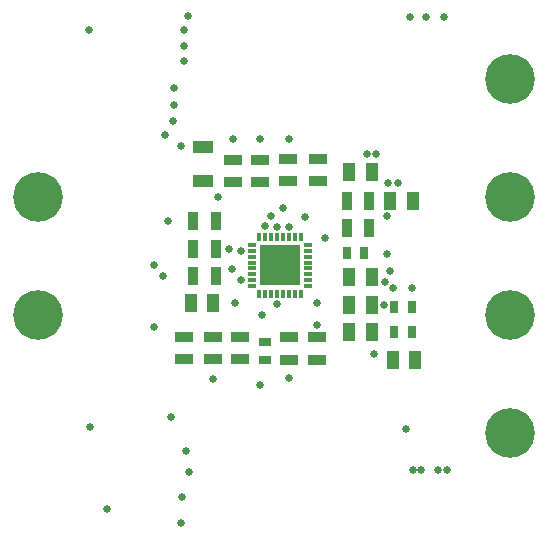
<source format=gbs>
G04 Layer_Color=16711935*
%FSLAX44Y44*%
%MOMM*%
G71*
G01*
G75*
%ADD45C,4.2032*%
%ADD46C,0.6532*%
%ADD47R,1.1032X1.5032*%
%ADD48R,1.8032X1.1032*%
%ADD49R,0.8032X1.1032*%
%ADD50R,0.9032X1.5032*%
%ADD51R,1.5032X0.9032*%
%ADD52R,1.1032X0.8032*%
%ADD53R,3.4016X3.4016*%
%ADD54R,0.7016X0.3316*%
%ADD55R,0.3316X0.7016*%
D45*
X450000Y100000D02*
D03*
Y200000D02*
D03*
Y300000D02*
D03*
Y400000D02*
D03*
X50000Y300000D02*
D03*
Y200000D02*
D03*
D46*
X175000Y85250D02*
D03*
X348500Y237000D02*
D03*
X343500Y228250D02*
D03*
X346250Y312000D02*
D03*
X354500D02*
D03*
X336500Y336000D02*
D03*
X328250D02*
D03*
X262250Y349250D02*
D03*
X172000Y45750D02*
D03*
X171500Y23750D02*
D03*
X334750Y167250D02*
D03*
X389000Y68750D02*
D03*
X374500D02*
D03*
X367250Y68500D02*
D03*
X396250Y69000D02*
D03*
X378750Y452500D02*
D03*
X394000Y452750D02*
D03*
X365000Y452250D02*
D03*
X165250Y392250D02*
D03*
X164750Y364750D02*
D03*
X173750Y441500D02*
D03*
X174000Y428250D02*
D03*
X148250Y242750D02*
D03*
X156000Y233500D02*
D03*
X148250Y189750D02*
D03*
X245750Y233000D02*
D03*
X255000Y242000D02*
D03*
X264000Y233250D02*
D03*
X264250Y251250D02*
D03*
X257500Y291000D02*
D03*
X252500Y274500D02*
D03*
X237750Y140500D02*
D03*
X245250Y251750D02*
D03*
X165500Y377750D02*
D03*
X160250Y279250D02*
D03*
X361750Y103250D02*
D03*
X157500Y352250D02*
D03*
X345750Y251750D02*
D03*
X252500Y209750D02*
D03*
X239750Y200500D02*
D03*
X215000Y349000D02*
D03*
X237997Y349002D02*
D03*
X350998Y223002D02*
D03*
X366997D02*
D03*
X198002Y145997D02*
D03*
X170998Y342998D02*
D03*
X263002Y146997D02*
D03*
X216631Y210237D02*
D03*
X247500Y284000D02*
D03*
X276000Y283000D02*
D03*
X293000Y265000D02*
D03*
X286250Y210000D02*
D03*
X262500Y274500D02*
D03*
X221750Y229500D02*
D03*
X211998Y256003D02*
D03*
X214750Y239250D02*
D03*
X94450Y105050D02*
D03*
X286000Y191750D02*
D03*
X177750Y66750D02*
D03*
X108250Y36000D02*
D03*
X173750Y415250D02*
D03*
X93250Y441000D02*
D03*
X177500Y453000D02*
D03*
X242500Y275750D02*
D03*
X222000Y254500D02*
D03*
X345750Y283500D02*
D03*
X342790Y208540D02*
D03*
X163000Y114000D02*
D03*
X202750Y299750D02*
D03*
D47*
X332500Y185777D02*
D03*
X313500D02*
D03*
X348503Y297000D02*
D03*
X367503D02*
D03*
X332500Y208540D02*
D03*
X313500D02*
D03*
X369500Y162000D02*
D03*
X350500D02*
D03*
X198500Y210237D02*
D03*
X179500D02*
D03*
X332500Y232000D02*
D03*
X313500D02*
D03*
X332500Y321000D02*
D03*
X313500D02*
D03*
D48*
X190000Y313500D02*
D03*
Y342500D02*
D03*
D49*
X366500Y186000D02*
D03*
X351500D02*
D03*
X351500Y207000D02*
D03*
X366500D02*
D03*
X326500Y252763D02*
D03*
X311500D02*
D03*
D50*
X200500Y256003D02*
D03*
X181500D02*
D03*
X181500Y280000D02*
D03*
X200500D02*
D03*
X200500Y233000D02*
D03*
X181500D02*
D03*
X330500Y274000D02*
D03*
X311500D02*
D03*
X330500Y297003D02*
D03*
X311500D02*
D03*
D51*
X220992Y181500D02*
D03*
Y162500D02*
D03*
X238005Y312500D02*
D03*
Y331500D02*
D03*
X174000Y162500D02*
D03*
Y181500D02*
D03*
X215002Y331500D02*
D03*
Y312500D02*
D03*
X286003Y162275D02*
D03*
Y181275D02*
D03*
X197990Y162500D02*
D03*
Y181500D02*
D03*
X262997Y162275D02*
D03*
Y181275D02*
D03*
X286930Y332500D02*
D03*
Y313500D02*
D03*
X262000Y332500D02*
D03*
Y313500D02*
D03*
D52*
X241995Y177275D02*
D03*
Y162275D02*
D03*
D53*
X255000Y242000D02*
D03*
D54*
X279000Y259500D02*
D03*
Y254500D02*
D03*
Y249500D02*
D03*
Y244500D02*
D03*
Y239500D02*
D03*
Y234500D02*
D03*
Y229500D02*
D03*
Y224500D02*
D03*
X231000D02*
D03*
Y229500D02*
D03*
Y234500D02*
D03*
Y239500D02*
D03*
Y244500D02*
D03*
Y249500D02*
D03*
Y254500D02*
D03*
Y259500D02*
D03*
D55*
X272500Y218000D02*
D03*
X267500D02*
D03*
X262500D02*
D03*
X257500D02*
D03*
X252500D02*
D03*
X247500D02*
D03*
X242500D02*
D03*
X237500D02*
D03*
Y266000D02*
D03*
X242500D02*
D03*
X247500D02*
D03*
X252500D02*
D03*
X257500D02*
D03*
X262500D02*
D03*
X267500D02*
D03*
X272500D02*
D03*
M02*

</source>
